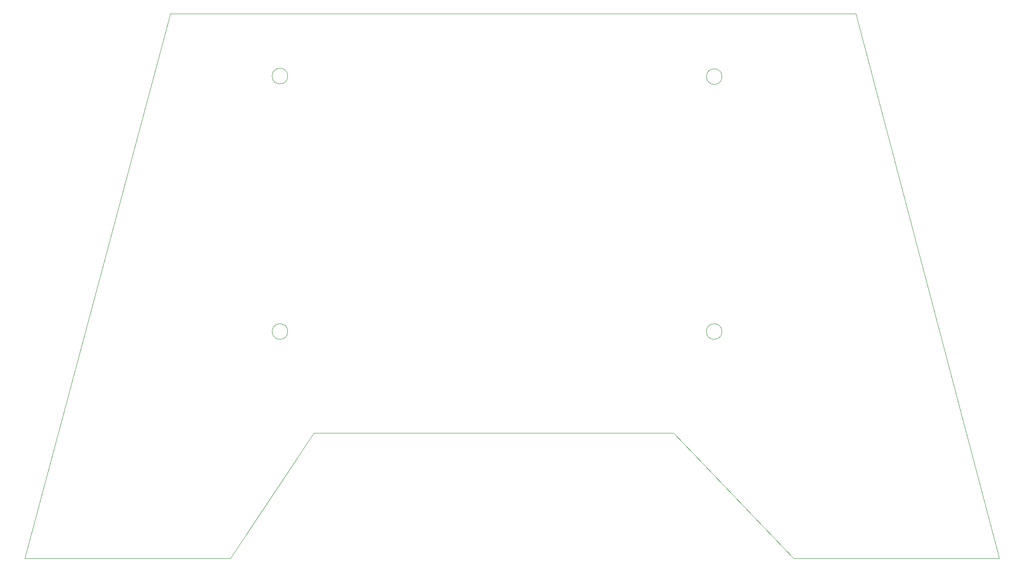
<source format=gm1>
%TF.GenerationSoftware,KiCad,Pcbnew,9.0.6*%
%TF.CreationDate,2026-02-02T09:23:09+01:00*%
%TF.ProjectId,controller,636f6e74-726f-46c6-9c65-722e6b696361,rev?*%
%TF.SameCoordinates,Original*%
%TF.FileFunction,Profile,NP*%
%FSLAX46Y46*%
G04 Gerber Fmt 4.6, Leading zero omitted, Abs format (unit mm)*
G04 Created by KiCad (PCBNEW 9.0.6) date 2026-02-02 09:23:09*
%MOMM*%
%LPD*%
G01*
G04 APERTURE LIST*
%TA.AperFunction,Profile*%
%ADD10C,0.050000*%
%TD*%
G04 APERTURE END LIST*
D10*
X219500000Y-43500000D02*
X247000000Y-148000000D01*
X99500000Y-148000000D02*
X60000000Y-148000000D01*
X207500000Y-148000000D02*
X184500000Y-124000000D01*
X184500000Y-124000000D02*
X115500000Y-124000000D01*
X115500000Y-124000000D02*
X99500000Y-148000000D01*
X88000000Y-43500000D02*
X219500000Y-43500000D01*
X60000000Y-148000000D02*
X88000000Y-43500000D01*
X247000000Y-148000000D02*
X207500000Y-148000000D01*
%TO.C,U4*%
X110500000Y-55510000D02*
G75*
G02*
X107500000Y-55510000I-1500000J0D01*
G01*
X107500000Y-55510000D02*
G75*
G02*
X110500000Y-55510000I1500000J0D01*
G01*
X110500000Y-104510000D02*
G75*
G02*
X107500000Y-104510000I-1500000J0D01*
G01*
X107500000Y-104510000D02*
G75*
G02*
X110500000Y-104510000I1500000J0D01*
G01*
X193800000Y-55610000D02*
G75*
G02*
X190800000Y-55610000I-1500000J0D01*
G01*
X190800000Y-55610000D02*
G75*
G02*
X193800000Y-55610000I1500000J0D01*
G01*
X193800000Y-104510000D02*
G75*
G02*
X190800000Y-104510000I-1500000J0D01*
G01*
X190800000Y-104510000D02*
G75*
G02*
X193800000Y-104510000I1500000J0D01*
G01*
%TD*%
M02*

</source>
